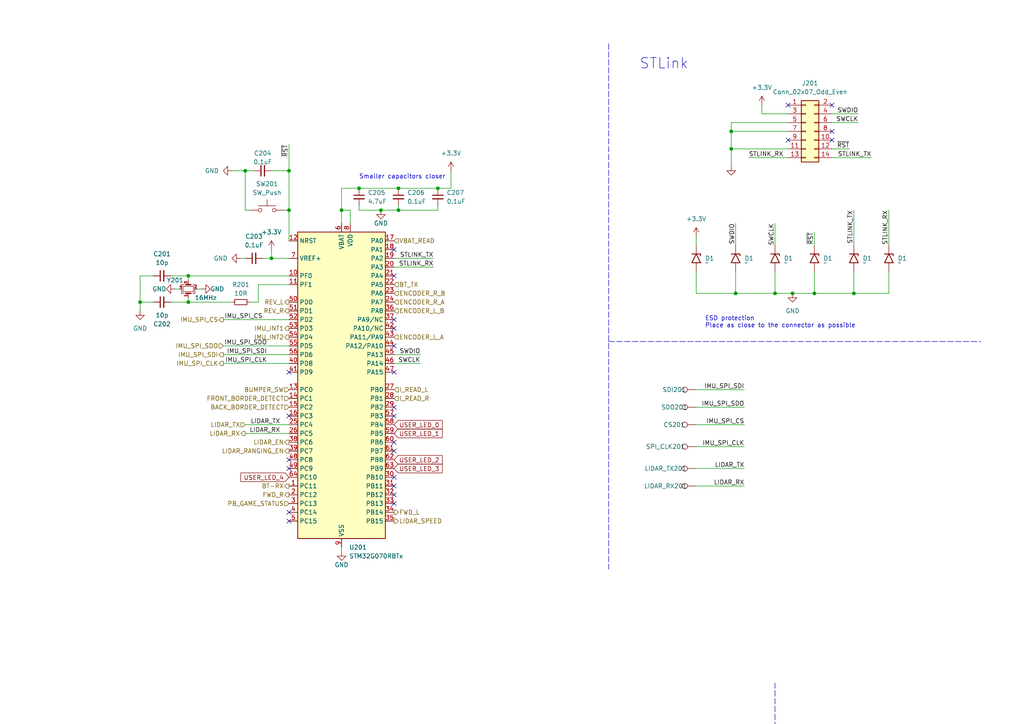
<source format=kicad_sch>
(kicad_sch (version 20230121) (generator eeschema)
  (paper "A4")
  (title_block (title "robot chat STM") (date "2023-09-19") (rev "1.0") (company "ENSEA"))
  (lib_symbols
    (symbol "Connector:TestPoint" (pin_numbers hide) (pin_names (offset 0.762) hide)
      (property "Reference" "TP" (at 0 6.858 0))
      (property "Value" "TestPoint" (at 0 5.08 0))
      (symbol "TestPoint_0_1"
        (circle (center 0 3.302) (radius 0.762))
      )
      (symbol "TestPoint_1_1"
        (pin passive line (at 0 0 90) (length 2.54) (name "1") (number "1"))
      )
    )
    (symbol "Connector_Generic:Conn_02x07_Odd_Even" (pin_names (offset 1.016) hide)
      (property "Reference" "J" (at 1.27 10.16 0))
      (property "Value" "Conn_02x07_Odd_Even" (at 1.27 -10.16 0))
      (symbol "Conn_02x07_Odd_Even_1_1"
        (rectangle (start -1.27 -7.493) (end 0 -7.747) (stroke (width 0.1524)))
        (rectangle (start -1.27 -4.953) (end 0 -5.207) (stroke (width 0.1524)))
        (rectangle (start -1.27 -2.413) (end 0 -2.667) (stroke (width 0.1524)))
        (rectangle (start -1.27 0.127) (end 0 -0.127) (stroke (width 0.1524)))
        (rectangle (start -1.27 2.667) (end 0 2.413) (stroke (width 0.1524)))
        (rectangle (start -1.27 5.207) (end 0 4.953) (stroke (width 0.1524)))
        (rectangle (start -1.27 7.747) (end 0 7.493) (stroke (width 0.1524)))
        (rectangle (start -1.27 8.89) (end 3.81 -8.89) (stroke (width 0.254)) (fill (type background)))
        (rectangle (start 3.81 -7.493) (end 2.54 -7.747) (stroke (width 0.1524)))
        (rectangle (start 3.81 -4.953) (end 2.54 -5.207) (stroke (width 0.1524)))
        (rectangle (start 3.81 -2.413) (end 2.54 -2.667) (stroke (width 0.1524)))
        (rectangle (start 3.81 0.127) (end 2.54 -0.127) (stroke (width 0.1524)))
        (rectangle (start 3.81 2.667) (end 2.54 2.413) (stroke (width 0.1524)))
        (rectangle (start 3.81 5.207) (end 2.54 4.953) (stroke (width 0.1524)))
        (rectangle (start 3.81 7.747) (end 2.54 7.493) (stroke (width 0.1524)))
        (pin passive line (at -5.08 7.62 0) (length 3.81) (name "Pin_1") (number "1"))
        (pin passive line (at 7.62 -2.54 180) (length 3.81) (name "Pin_10") (number "10"))
        (pin passive line (at -5.08 -5.08 0) (length 3.81) (name "Pin_11") (number "11"))
        (pin passive line (at 7.62 -5.08 180) (length 3.81) (name "Pin_12") (number "12"))
        (pin passive line (at -5.08 -7.62 0) (length 3.81) (name "Pin_13") (number "13"))
        (pin passive line (at 7.62 -7.62 180) (length 3.81) (name "Pin_14") (number "14"))
        (pin passive line (at 7.62 7.62 180) (length 3.81) (name "Pin_2") (number "2"))
        (pin passive line (at -5.08 5.08 0) (length 3.81) (name "Pin_3") (number "3"))
        (pin passive line (at 7.62 5.08 180) (length 3.81) (name "Pin_4") (number "4"))
        (pin passive line (at -5.08 2.54 0) (length 3.81) (name "Pin_5") (number "5"))
        (pin passive line (at 7.62 2.54 180) (length 3.81) (name "Pin_6") (number "6"))
        (pin passive line (at -5.08 0 0) (length 3.81) (name "Pin_7") (number "7"))
        (pin passive line (at 7.62 0 180) (length 3.81) (name "Pin_8") (number "8"))
        (pin passive line (at -5.08 -2.54 0) (length 3.81) (name "Pin_9") (number "9"))
      )
    )
    (symbol "Device:C_Small" (pin_numbers hide) (pin_names (offset 0.254) hide)
      (property "Reference" "C" (at 0.254 1.778 0))
      (property "Value" "C_Small" (at 0.254 -2.032 0))
      (symbol "C_Small_0_1"
        (polyline (pts (xy -1.524 -0.508) (xy 1.524 -0.508)) (stroke (width 0.3302)))
        (polyline (pts (xy -1.524 0.508) (xy 1.524 0.508)) (stroke (width 0.3048)))
      )
      (symbol "C_Small_1_1"
        (pin passive line (at 0 2.54 270) (length 2.032) (name "~") (number "1"))
        (pin passive line (at 0 -2.54 90) (length 2.032) (name "~") (number "2"))
      )
    )
    (symbol "Device:Crystal_GND24_Small" (pin_names (offset 1.016) hide)
      (property "Reference" "Y" (at 1.27 4.445 0))
      (property "Value" "Crystal_GND24_Small" (at 1.27 2.54 0))
      (symbol "Crystal_GND24_Small_0_1"
        (rectangle (start -0.762 -1.524) (end 0.762 1.524))
        (polyline (pts (xy -1.27 -0.762) (xy -1.27 0.762)) (stroke (width 0.381)))
        (polyline (pts (xy 1.27 -0.762) (xy 1.27 0.762)) (stroke (width 0.381)))
        (polyline (pts (xy -1.27 -1.27) (xy -1.27 -1.905) (xy 1.27 -1.905) (xy 1.27 -1.27)))
        (polyline (pts (xy -1.27 1.27) (xy -1.27 1.905) (xy 1.27 1.905) (xy 1.27 1.27)))
      )
      (symbol "Crystal_GND24_Small_1_1"
        (pin passive line (at -2.54 0 0) (length 1.27) (name "1") (number "1"))
        (pin passive line (at 0 -2.54 90) (length 0.635) (name "2") (number "2"))
        (pin passive line (at 2.54 0 180) (length 1.27) (name "3") (number "3"))
        (pin passive line (at 0 2.54 270) (length 0.635) (name "4") (number "4"))
      )
    )
    (symbol "Device:R_Small" (pin_numbers hide) (pin_names (offset 0.254) hide)
      (property "Reference" "R" (at 0.762 0.508 0))
      (property "Value" "R_Small" (at 0.762 -1.016 0))
      (symbol "R_Small_0_1"
        (rectangle (start -0.762 1.778) (end 0.762 -1.778) (stroke (width 0.2032)))
      )
      (symbol "R_Small_1_1"
        (pin passive line (at 0 2.54 270) (length 0.762) (name "~") (number "1"))
        (pin passive line (at 0 -2.54 90) (length 0.762) (name "~") (number "2"))
      )
    )
    (symbol "Diode:1N62xxA" (pin_numbers hide) (pin_names (offset 1.016) hide)
      (property "Reference" "D" (at 0 2.54 0))
      (property "Value" "1N62xxA" (at 0 -2.54 0))
      (symbol "1N62xxA_0_1"
        (polyline (pts (xy -0.762 1.27) (xy -1.27 1.27) (xy -1.27 -1.27)) (stroke (width 0.254)))
        (polyline (pts (xy 1.27 1.27) (xy 1.27 -1.27) (xy -1.27 0) (xy 1.27 1.27)) (stroke (width 0.254)))
      )
      (symbol "1N62xxA_1_1"
        (pin passive line (at -3.81 0 0) (length 2.54) (name "A1") (number "1"))
        (pin passive line (at 3.81 0 180) (length 2.54) (name "A2") (number "2"))
      )
    )
    (symbol "MCU_ST_STM32G0:STM32G070RBTx"
      (property "Reference" "U" (at -12.7 46.99 0))
      (property "Value" "STM32G070RBTx" (at 5.08 46.99 0))
      (symbol "STM32G070RBTx_0_1"
        (rectangle (start -12.7 -43.18) (end 12.7 45.72) (stroke (width 0.254)) (fill (type background)))
      )
      (symbol "STM32G070RBTx_1_1"
        (pin bidirectional line (at -15.24 -27.94 0) (length 2.54) (name "PC11") (number "1"))
        (pin bidirectional line (at -15.24 33.02 0) (length 2.54) (name "PF0") (number "10"))
        (pin bidirectional line (at -15.24 30.48 0) (length 2.54) (name "PF1") (number "11"))
        (pin input line (at -15.24 43.18 0) (length 2.54) (name "NRST") (number "12"))
        (pin bidirectional line (at -15.24 0 0) (length 2.54) (name "PC0") (number "13"))
        (pin bidirectional line (at -15.24 -2.54 0) (length 2.54) (name "PC1") (number "14"))
        (pin bidirectional line (at -15.24 -5.08 0) (length 2.54) (name "PC2") (number "15"))
        (pin bidirectional line (at -15.24 -7.62 0) (length 2.54) (name "PC3") (number "16"))
        (pin bidirectional line (at 15.24 43.18 180) (length 2.54) (name "PA0") (number "17"))
        (pin bidirectional line (at 15.24 40.64 180) (length 2.54) (name "PA1") (number "18"))
        (pin bidirectional line (at 15.24 38.1 180) (length 2.54) (name "PA2") (number "19"))
        (pin bidirectional line (at -15.24 -30.48 0) (length 2.54) (name "PC12") (number "2"))
        (pin bidirectional line (at 15.24 35.56 180) (length 2.54) (name "PA3") (number "20"))
        (pin bidirectional line (at 15.24 33.02 180) (length 2.54) (name "PA4") (number "21"))
        (pin bidirectional line (at 15.24 30.48 180) (length 2.54) (name "PA5") (number "22"))
        (pin bidirectional line (at 15.24 27.94 180) (length 2.54) (name "PA6") (number "23"))
        (pin bidirectional line (at 15.24 25.4 180) (length 2.54) (name "PA7") (number "24"))
        (pin bidirectional line (at -15.24 -10.16 0) (length 2.54) (name "PC4") (number "25"))
        (pin bidirectional line (at -15.24 -12.7 0) (length 2.54) (name "PC5") (number "26"))
        (pin bidirectional line (at 15.24 0 180) (length 2.54) (name "PB0") (number "27"))
        (pin bidirectional line (at 15.24 -2.54 180) (length 2.54) (name "PB1") (number "28"))
        (pin bidirectional line (at 15.24 -5.08 180) (length 2.54) (name "PB2") (number "29"))
        (pin bidirectional line (at -15.24 -33.02 0) (length 2.54) (name "PC13") (number "3"))
        (pin bidirectional line (at 15.24 -25.4 180) (length 2.54) (name "PB10") (number "30"))
        (pin bidirectional line (at 15.24 -27.94 180) (length 2.54) (name "PB11") (number "31"))
        (pin bidirectional line (at 15.24 -30.48 180) (length 2.54) (name "PB12") (number "32"))
        (pin bidirectional line (at 15.24 -33.02 180) (length 2.54) (name "PB13") (number "33"))
        (pin bidirectional line (at 15.24 -35.56 180) (length 2.54) (name "PB14") (number "34"))
        (pin bidirectional line (at 15.24 -38.1 180) (length 2.54) (name "PB15") (number "35"))
        (pin bidirectional line (at 15.24 22.86 180) (length 2.54) (name "PA8") (number "36"))
        (pin bidirectional line (at 15.24 20.32 180) (length 2.54) (name "PA9/NC") (number "37"))
        (pin bidirectional line (at -15.24 -15.24 0) (length 2.54) (name "PC6") (number "38"))
        (pin bidirectional line (at -15.24 -17.78 0) (length 2.54) (name "PC7") (number "39"))
        (pin bidirectional line (at -15.24 -35.56 0) (length 2.54) (name "PC14") (number "4"))
        (pin bidirectional line (at -15.24 7.62 0) (length 2.54) (name "PD8") (number "40"))
        (pin bidirectional line (at -15.24 5.08 0) (length 2.54) (name "PD9") (number "41"))
        (pin bidirectional line (at 15.24 17.78 180) (length 2.54) (name "PA10/NC") (number "42"))
        (pin bidirectional line (at 15.24 15.24 180) (length 2.54) (name "PA11/PA9") (number "43"))
        (pin bidirectional line (at 15.24 12.7 180) (length 2.54) (name "PA12/PA10") (number "44"))
        (pin bidirectional line (at 15.24 10.16 180) (length 2.54) (name "PA13") (number "45"))
        (pin bidirectional line (at 15.24 7.62 180) (length 2.54) (name "PA14") (number "46"))
        (pin bidirectional line (at 15.24 5.08 180) (length 2.54) (name "PA15") (number "47"))
        (pin bidirectional line (at -15.24 -20.32 0) (length 2.54) (name "PC8") (number "48"))
        (pin bidirectional line (at -15.24 -22.86 0) (length 2.54) (name "PC9") (number "49"))
        (pin bidirectional line (at -15.24 -38.1 0) (length 2.54) (name "PC15") (number "5"))
        (pin bidirectional line (at -15.24 25.4 0) (length 2.54) (name "PD0") (number "50"))
        (pin bidirectional line (at -15.24 22.86 0) (length 2.54) (name "PD1") (number "51"))
        (pin bidirectional line (at -15.24 20.32 0) (length 2.54) (name "PD2") (number "52"))
        (pin bidirectional line (at -15.24 17.78 0) (length 2.54) (name "PD3") (number "53"))
        (pin bidirectional line (at -15.24 15.24 0) (length 2.54) (name "PD4") (number "54"))
        (pin bidirectional line (at -15.24 12.7 0) (length 2.54) (name "PD5") (number "55"))
        (pin bidirectional line (at -15.24 10.16 0) (length 2.54) (name "PD6") (number "56"))
        (pin bidirectional line (at 15.24 -7.62 180) (length 2.54) (name "PB3") (number "57"))
        (pin bidirectional line (at 15.24 -10.16 180) (length 2.54) (name "PB4") (number "58"))
        (pin bidirectional line (at 15.24 -12.7 180) (length 2.54) (name "PB5") (number "59"))
        (pin power_in line (at 0 48.26 270) (length 2.54) (name "VBAT") (number "6"))
        (pin bidirectional line (at 15.24 -15.24 180) (length 2.54) (name "PB6") (number "60"))
        (pin bidirectional line (at 15.24 -17.78 180) (length 2.54) (name "PB7") (number "61"))
        (pin bidirectional line (at 15.24 -20.32 180) (length 2.54) (name "PB8") (number "62"))
        (pin bidirectional line (at 15.24 -22.86 180) (length 2.54) (name "PB9") (number "63"))
        (pin bidirectional line (at -15.24 -25.4 0) (length 2.54) (name "PC10") (number "64"))
        (pin input line (at -15.24 38.1 0) (length 2.54) (name "VREF+") (number "7"))
        (pin power_in line (at 2.54 48.26 270) (length 2.54) (name "VDD") (number "8"))
        (pin power_in line (at 0 -45.72 90) (length 2.54) (name "VSS") (number "9"))
      )
    )
    (symbol "Switch:SW_Push" (pin_numbers hide) (pin_names (offset 1.016) hide)
      (property "Reference" "SW" (at 1.27 2.54 0))
      (property "Value" "SW_Push" (at 0 -1.524 0))
      (symbol "SW_Push_0_1"
        (circle (center -2.032 0) (radius 0.508))
        (polyline (pts (xy 0 1.27) (xy 0 3.048)))
        (polyline (pts (xy 2.54 1.27) (xy -2.54 1.27)))
        (circle (center 2.032 0) (radius 0.508))
        (pin passive line (at -5.08 0 0) (length 2.54) (name "1") (number "1"))
        (pin passive line (at 5.08 0 180) (length 2.54) (name "2") (number "2"))
      )
    )
    (symbol "power:+3.3V" (power) (pin_names (offset 0))
      (property "Value" "+3.3V" (at 0 3.556 0))
      (symbol "+3.3V_0_1"
        (polyline (pts (xy -0.762 1.27) (xy 0 2.54)))
        (polyline (pts (xy 0 0) (xy 0 2.54)))
        (polyline (pts (xy 0 2.54) (xy 0.762 1.27)))
      )
      (symbol "+3.3V_1_1"
        (pin power_in line (at 0 0 90) (length 0) hide (name "+3.3V") (number "1"))
      )
    )
    (symbol "power:GND" (power) (pin_names (offset 0))
      (property "Value" "GND" (at 0 -3.81 0))
      (symbol "GND_0_1"
        (polyline (pts (xy 0 0) (xy 0 -1.27) (xy 1.27 -1.27) (xy 0 -2.54) (xy -1.27 -1.27) (xy 0 -1.27)))
      )
      (symbol "GND_1_1"
        (pin power_in line (at 0 0 270) (length 0) hide (name "GND") (number "1"))
      )
    )
  )
  (junction (at 115.57 60.96))
  (junction (at 78.74 74.93))
  (junction (at 224.79 85.09))
  (junction (at 212.09 43.18))
  (junction (at 71.12 49.53))
  (junction (at 236.22 85.09))
  (junction (at 247.65 85.09))
  (junction (at 104.14 54.61))
  (junction (at 212.09 38.1))
  (junction (at 83.82 60.96))
  (junction (at 127 54.61))
  (junction (at 110.49 60.96))
  (junction (at 115.57 54.61))
  (junction (at 99.06 60.96))
  (junction (at 54.61 80.01))
  (junction (at 229.87 85.09))
  (junction (at 213.36 85.09))
  (junction (at 40.64 87.63))
  (junction (at 83.82 49.53))
  (junction (at 54.61 87.63))
  (no_connect (at 114.3 130.81))
  (no_connect (at 114.3 118.11))
  (no_connect (at 83.82 107.95))
  (no_connect (at 241.3 30.48))
  (no_connect (at 114.3 128.27))
  (no_connect (at 241.3 40.64))
  (no_connect (at 114.3 107.95))
  (no_connect (at 228.6 40.64))
  (no_connect (at 114.3 95.25))
  (no_connect (at 83.82 120.65))
  (no_connect (at 83.82 148.59))
  (no_connect (at 114.3 92.71))
  (no_connect (at 83.82 133.35))
  (no_connect (at 114.3 80.01))
  (no_connect (at 114.3 143.51))
  (no_connect (at 114.3 138.43))
  (no_connect (at 114.3 146.05))
  (no_connect (at 114.3 100.33))
  (no_connect (at 83.82 135.89))
  (no_connect (at 83.82 151.13))
  (no_connect (at 114.3 140.97))
  (no_connect (at 114.3 120.65))
  (no_connect (at 241.3 38.1))
  (no_connect (at 114.3 72.39))
  (no_connect (at 228.6 30.48))
  (wire (pts (xy 236.22 67.31) (xy 236.22 71.12)))
  (wire (pts (xy 64.77 105.41) (xy 83.82 105.41)))
  (polyline (pts (xy 176.53 81.28) (xy 176.53 165.1)) (stroke (width 0) (type dash)))
  (wire (pts (xy 127 54.61) (xy 115.57 54.61)))
  (wire (pts (xy 212.09 38.1) (xy 228.6 38.1)))
  (wire (pts (xy 54.61 86.36) (xy 54.61 87.63)))
  (wire (pts (xy 125.73 77.47) (xy 114.3 77.47)))
  (wire (pts (xy 236.22 78.74) (xy 236.22 85.09)))
  (wire (pts (xy 201.93 85.09) (xy 213.36 85.09)))
  (wire (pts (xy 71.12 49.53) (xy 73.66 49.53)))
  (wire (pts (xy 224.79 85.09) (xy 224.79 78.74)))
  (wire (pts (xy 78.74 72.39) (xy 78.74 74.93)))
  (wire (pts (xy 201.93 140.97) (xy 215.9 140.97)))
  (wire (pts (xy 201.93 129.54) (xy 215.9 129.54)))
  (wire (pts (xy 49.53 80.01) (xy 54.61 80.01)))
  (wire (pts (xy 201.93 78.74) (xy 201.93 85.09)))
  (wire (pts (xy 40.64 80.01) (xy 40.64 87.63)))
  (wire (pts (xy 212.09 43.18) (xy 228.6 43.18)))
  (wire (pts (xy 130.81 49.53) (xy 130.81 54.61)))
  (wire (pts (xy 71.12 123.19) (xy 83.82 123.19)))
  (wire (pts (xy 213.36 85.09) (xy 213.36 78.74)))
  (wire (pts (xy 72.39 87.63) (xy 74.93 87.63)))
  (wire (pts (xy 69.85 74.93) (xy 71.12 74.93)))
  (wire (pts (xy 54.61 80.01) (xy 54.61 81.28)))
  (wire (pts (xy 99.06 54.61) (xy 104.14 54.61)))
  (wire (pts (xy 78.74 74.93) (xy 83.82 74.93)))
  (wire (pts (xy 50.8 83.82) (xy 52.07 83.82)))
  (wire (pts (xy 212.09 48.26) (xy 212.09 43.18)))
  (wire (pts (xy 64.77 100.33) (xy 83.82 100.33)))
  (wire (pts (xy 110.49 60.96) (xy 115.57 60.96)))
  (wire (pts (xy 99.06 158.75) (xy 99.06 160.02)))
  (wire (pts (xy 229.87 85.09) (xy 236.22 85.09)))
  (wire (pts (xy 99.06 64.77) (xy 99.06 60.96)))
  (wire (pts (xy 99.06 60.96) (xy 99.06 54.61)))
  (wire (pts (xy 57.15 83.82) (xy 58.42 83.82)))
  (wire (pts (xy 115.57 60.96) (xy 115.57 59.69)))
  (wire (pts (xy 257.81 60.96) (xy 257.81 71.12)))
  (wire (pts (xy 54.61 87.63) (xy 67.31 87.63)))
  (wire (pts (xy 114.3 105.41) (xy 121.92 105.41)))
  (wire (pts (xy 220.98 33.02) (xy 228.6 33.02)))
  (wire (pts (xy 224.79 85.09) (xy 229.87 85.09)))
  (polyline (pts (xy 224.79 281.94) (xy 224.79 198.12)) (stroke (width 0) (type dash)))
  (polyline (pts (xy 176.53 12.7) (xy 176.53 81.28)) (stroke (width 0) (type dash)))
  (wire (pts (xy 71.12 125.73) (xy 83.82 125.73)))
  (wire (pts (xy 201.93 113.03) (xy 215.9 113.03)))
  (wire (pts (xy 83.82 41.91) (xy 83.82 49.53)))
  (wire (pts (xy 64.77 92.71) (xy 83.82 92.71)))
  (wire (pts (xy 40.64 87.63) (xy 44.45 87.63)))
  (wire (pts (xy 212.09 35.56) (xy 212.09 38.1)))
  (wire (pts (xy 71.12 49.53) (xy 71.12 60.96)))
  (wire (pts (xy 201.93 135.89) (xy 215.9 135.89)))
  (wire (pts (xy 201.93 118.11) (xy 215.9 118.11)))
  (wire (pts (xy 241.3 35.56) (xy 248.92 35.56)))
  (wire (pts (xy 247.65 85.09) (xy 236.22 85.09)))
  (wire (pts (xy 82.55 60.96) (xy 83.82 60.96)))
  (wire (pts (xy 40.64 87.63) (xy 40.64 90.17)))
  (wire (pts (xy 247.65 78.74) (xy 247.65 85.09)))
  (wire (pts (xy 241.3 33.02) (xy 248.92 33.02)))
  (wire (pts (xy 127 60.96) (xy 115.57 60.96)))
  (polyline (pts (xy 176.53 99.06) (xy 284.48 99.06)) (stroke (width 0) (type dash)))
  (wire (pts (xy 104.14 54.61) (xy 115.57 54.61)))
  (wire (pts (xy 201.93 68.58) (xy 201.93 71.12)))
  (wire (pts (xy 44.45 80.01) (xy 40.64 80.01)))
  (wire (pts (xy 224.79 64.77) (xy 224.79 71.12)))
  (wire (pts (xy 83.82 60.96) (xy 83.82 69.85)))
  (wire (pts (xy 247.65 60.96) (xy 247.65 71.12)))
  (wire (pts (xy 83.82 49.53) (xy 83.82 60.96)))
  (wire (pts (xy 104.14 59.69) (xy 104.14 60.96)))
  (wire (pts (xy 101.6 60.96) (xy 99.06 60.96)))
  (wire (pts (xy 54.61 80.01) (xy 83.82 80.01)))
  (wire (pts (xy 241.3 43.18) (xy 246.38 43.18)))
  (wire (pts (xy 201.93 123.19) (xy 215.9 123.19)))
  (wire (pts (xy 228.6 35.56) (xy 212.09 35.56)))
  (wire (pts (xy 257.81 85.09) (xy 247.65 85.09)))
  (wire (pts (xy 213.36 64.77) (xy 213.36 71.12)))
  (wire (pts (xy 71.12 60.96) (xy 72.39 60.96)))
  (wire (pts (xy 74.93 87.63) (xy 74.93 82.55)))
  (wire (pts (xy 67.31 49.53) (xy 71.12 49.53)))
  (wire (pts (xy 257.81 78.74) (xy 257.81 85.09)))
  (wire (pts (xy 74.93 82.55) (xy 83.82 82.55)))
  (wire (pts (xy 220.98 30.48) (xy 220.98 33.02)))
  (wire (pts (xy 104.14 60.96) (xy 110.49 60.96)))
  (wire (pts (xy 241.3 45.72) (xy 252.73 45.72)))
  (wire (pts (xy 114.3 102.87) (xy 121.92 102.87)))
  (wire (pts (xy 78.74 49.53) (xy 83.82 49.53)))
  (wire (pts (xy 212.09 43.18) (xy 212.09 38.1)))
  (wire (pts (xy 101.6 64.77) (xy 101.6 60.96)))
  (wire (pts (xy 127 59.69) (xy 127 60.96)))
  (wire (pts (xy 217.17 45.72) (xy 228.6 45.72)))
  (wire (pts (xy 213.36 85.09) (xy 224.79 85.09)))
  (wire (pts (xy 114.3 74.93) (xy 125.73 74.93)))
  (wire (pts (xy 49.53 87.63) (xy 54.61 87.63)))
  (wire (pts (xy 76.2 74.93) (xy 78.74 74.93)))
  (wire (pts (xy 64.77 102.87) (xy 83.82 102.87)))
  (wire (pts (xy 127 54.61) (xy 130.81 54.61)))
  (text "Smaller capacitors closer" (at 104.14 52.07 0) (effects (font (size 1.27 1.27)) (justify left bottom)))
  (text "STLink" (at 185.42 20.32 0) (effects (font (size 3 3)) (justify left bottom)))
  (text "ESD protection\nPlace as close to the connector as possible" (at 204.47 95.25 0) (effects (font (size 1.27 1.27)) (justify left bottom)))
  (label "IMU_SPI_CLK" (at 77.47 105.41 180))
  (label "LIDAR_TX" (at 81.28 123.19 180))
  (label "IMU_SPI_SDO" (at 215.9 118.11 180))
  (label "STLINK_TX" (at 247.65 60.96 270))
  (label "~{RST}" (at 236.22 67.31 270))
  (label "IMU_SPI_SDO" (at 77.47 100.33 180))
  (label "IMU_SPI_CS" (at 76.2 92.71 180))
  (label "STLINK_TX" (at 125.73 74.93 180))
  (label "SWCLK" (at 121.92 105.41 180))
  (label "STLINK_RX" (at 125.73 77.47 180))
  (label "IMU_SPI_SDI" (at 215.9 113.03 180))
  (label "~{RST}" (at 83.82 41.91 270))
  (label "IMU_SPI_SDI" (at 77.47 102.87 180))
  (label "STLINK_RX" (at 217.17 45.72 0))
  (label "STLINK_RX" (at 257.81 60.96 270))
  (label "SWCLK" (at 248.92 35.56 180))
  (label "SWDIO" (at 248.92 33.02 180))
  (label "SWCLK" (at 224.79 64.77 270))
  (label "LIDAR_TX" (at 215.9 135.89 180))
  (label "IMU_SPI_CLK" (at 215.9 129.54 180))
  (label "LIDAR_RX" (at 215.9 140.97 180))
  (label "~{RST}" (at 246.38 43.18 180))
  (label "SWDIO" (at 121.92 102.87 180))
  (label "STLINK_TX" (at 252.73 45.72 180))
  (label "LIDAR_RX" (at 81.28 125.73 180))
  (label "IMU_SPI_CS" (at 215.9 123.19 180))
  (label "SWDIO" (at 213.36 64.77 270))
  (global_label "USER_LED_0" (shape input) (at 114.3 123.19 0) (property "Intersheetrefs" "${INTERSHEET_REFS}" (effects hide)))
  (global_label "USER_LED_4" (shape input) (at 83.82 138.43 180) (property "Intersheetrefs" "${INTERSHEET_REFS}" (effects hide)))
  (global_label "USER_LED_1" (shape input) (at 114.3 125.73 0) (property "Intersheetrefs" "${INTERSHEET_REFS}" (effects hide)))
  (global_label "USER_LED_3" (shape input) (at 114.3 135.89 0) (property "Intersheetrefs" "${INTERSHEET_REFS}" (effects hide)))
  (global_label "USER_LED_2" (shape input) (at 114.3 133.35 0) (property "Intersheetrefs" "${INTERSHEET_REFS}" (effects hide)))
  (hierarchical_label "BT_TX" (shape input) (at 114.3 82.55 0))
  (hierarchical_label "LIDAR_TX" (shape input) (at 71.12 123.19 180))
  (hierarchical_label "FWD_L" (shape output) (at 114.3 148.59 0))
  (hierarchical_label "IMU_SPI_SDO" (shape input) (at 64.77 100.33 180))
  (hierarchical_label "ENCODER_R_A" (shape input) (at 114.3 87.63 0))
  (hierarchical_label "IMU_SPI_CLK" (shape output) (at 64.77 105.41 180))
  (hierarchical_label "LIDAR_SPEED" (shape output) (at 114.3 151.13 0))
  (hierarchical_label "I_READ_R" (shape input) (at 114.3 115.57 0))
  (hierarchical_label "IMU_SPI_CS" (shape output) (at 64.77 92.71 180))
  (hierarchical_label "REV_R" (shape output) (at 83.82 90.17 180))
  (hierarchical_label "BACK_BORDER_DETECT" (shape input) (at 83.82 118.11 180))
  (hierarchical_label "ENCODER_L_B" (shape input) (at 114.3 90.17 0))
  (hierarchical_label "I_READ_L" (shape input) (at 114.3 113.03 0))
  (hierarchical_label "FRONT_BORDER_DETECT" (shape input) (at 83.82 115.57 180))
  (hierarchical_label "IMU_INT2" (shape output) (at 83.82 97.79 180))
  (hierarchical_label "LIDAR_EN" (shape output) (at 83.82 128.27 180))
  (hierarchical_label "REV_L" (shape output) (at 83.82 87.63 180))
  (hierarchical_label "BUMPER_SW" (shape input) (at 83.82 113.03 180))
  (hierarchical_label "BT-RX" (shape output) (at 83.82 140.97 180))
  (hierarchical_label "IMU_INT1" (shape output) (at 83.82 95.25 180))
  (hierarchical_label "LIDAR_RX" (shape output) (at 71.12 125.73 180))
  (hierarchical_label "ENCODER_R_B" (shape input) (at 114.3 85.09 0))
  (hierarchical_label "VBAT_READ" (shape input) (at 114.3 69.85 0))
  (hierarchical_label "IMU_SPI_SDI" (shape output) (at 64.77 102.87 180))
  (hierarchical_label "PB_GAME_STATUS" (shape input) (at 83.82 146.05 180))
  (hierarchical_label "FWD_R" (shape output) (at 83.82 143.51 180))
  (hierarchical_label "LIDAR_RANGING_EN" (shape output) (at 83.82 130.81 180))
  (hierarchical_label "ENCODER_L_A" (shape input) (at 114.3 97.79 0))
  (symbol (lib_id "MCU_ST_STM32G0:STM32G070RBTx") (at 99.06 113.03 0) (unit 1)
    (property "Reference" "U201" (at 101.2541 158.75 0) (effects (justify left)))
    (property "Value" "STM32G070RBTx" (at 101.2541 161.29 0) (effects (justify left)))
    (property "Footprint" "Package_QFP:LQFP-64_10x10mm_P0.5mm" (effects hide))
    (property "Datasheet" "https://www.st.com/resource/en/datasheet/stm32g070rb.pdf" (effects hide))
  )
  (symbol (lib_id "power:GND") (at 229.87 85.09 0) (unit 1)
    (property "Reference" "#PWR0213" (effects hide))
    (property "Value" "GND" (at 229.87 90.17 0))
  )
  (symbol (lib_id "power:+3.3V") (at 201.93 68.58 0) (unit 1)
    (property "Reference" "#PWR0210" (effects hide))
    (property "Value" "+3.3V" (at 201.93 63.5 0))
  )
  (symbol (lib_id "power:+3.3V") (at 220.98 30.48 0) (unit 1)
    (property "Reference" "#PWR0212" (effects hide))
    (property "Value" "+3.3V" (at 220.98 25.4 0))
  )
  (symbol (lib_id "Device:C_Small") (at 76.2 49.53 90) (mirror x) (unit 1)
    (property "Reference" "C204" (at 76.2 44.45 90))
    (property "Value" "0.1uF" (at 76.2 46.99 90))
    (property "Footprint" "Capacitor_SMD:C_0603_1608Metric" (effects hide))
  )
  (symbol (lib_id "Diode:1N62xxA") (at 201.93 74.93 270) (unit 1)
    (property "Reference" "D1" (at 204.47 74.93 90) (effects (justify left)))
    (property "Value" "~" (at 204.47 76.2 90) (effects (justify left)))
    (property "Footprint" "Diode_SMD:D_SOD-923" (effects hide))
    (instances (project "robot_chat" (path "" (reference "D1") (unit 1)) (path "" (reference "D201") (unit 1))))
  )
  (symbol (lib_id "power:GND") (at 67.31 49.53 270) (unit 1)
    (property "Reference" "#PWR0204" (effects hide))
    (property "Value" "GND" (at 63.5 49.53 90) (effects (justify right)))
  )
  (symbol (lib_id "Device:C_Small") (at 104.14 57.15 0) (unit 1)
    (property "Reference" "C205" (at 106.68 55.8863 0) (effects (justify left)))
    (property "Value" "4.7uF" (at 106.68 58.4263 0) (effects (justify left)))
    (property "Footprint" "Capacitor_SMD:C_0603_1608Metric" (effects hide))
  )
  (symbol (lib_id "Diode:1N62xxA") (at 213.36 74.93 270) (unit 1)
    (property "Reference" "D1" (at 215.9 74.93 90) (effects (justify left)))
    (property "Value" "~" (at 215.9 76.2 90) (effects (justify left)))
    (property "Footprint" "Diode_SMD:D_SOD-923" (effects hide))
    (instances (project "robot_chat" (path "" (reference "D1") (unit 1)) (path "" (reference "D202") (unit 1))))
  )
  (symbol (lib_id "Connector:TestPoint") (at 201.93 118.11 90) (unit 1)
    (property "Reference" "SDO201" (at 195.58 118.11 90))
    (property "Value" "TestPoint" (effects hide))
  )
  (symbol (lib_id "Connector_Generic:Conn_02x07_Odd_Even") (at 233.68 38.1 0) (unit 1)
    (property "Reference" "J201" (at 234.95 24.13 0))
    (property "Value" "Conn_02x07_Odd_Even" (at 234.95 26.67 0))
    (property "Footprint" "Connector_PinHeader_1.27mm:PinHeader_2x07_P1.27mm_Vertical_SMD" (effects hide))
  )
  (symbol (lib_id "Diode:1N62xxA") (at 224.79 74.93 270) (unit 1)
    (property "Reference" "D1" (at 227.33 74.93 90) (effects (justify left)))
    (property "Value" "~" (at 227.33 76.2 90) (effects (justify left)))
    (property "Footprint" "Diode_SMD:D_SOD-923" (effects hide))
    (instances (project "robot_chat" (path "" (reference "D1") (unit 1)) (path "" (reference "D203") (unit 1))))
  )
  (symbol (lib_id "power:GND") (at 50.8 83.82 270) (unit 1)
    (property "Reference" "#PWR0202" (effects hide))
    (property "Value" "GND" (at 48.26 83.82 90) (effects (justify right)))
  )
  (symbol (lib_id "Diode:1N62xxA") (at 247.65 74.93 270) (unit 1)
    (property "Reference" "D1" (at 250.19 74.93 90) (effects (justify left)))
    (property "Value" "~" (at 250.19 76.2 90) (effects (justify left)))
    (property "Footprint" "Diode_SMD:D_SOD-923" (effects hide))
    (instances (project "robot_chat" (path "" (reference "D1") (unit 1)) (path "" (reference "D205") (unit 1))))
  )
  (symbol (lib_id "power:GND") (at 69.85 74.93 270) (unit 1)
    (property "Reference" "#PWR0205" (effects hide))
    (property "Value" "GND" (at 66.04 74.93 90) (effects (justify right)))
  )
  (symbol (lib_id "Device:C_Small") (at 115.57 57.15 0) (unit 1)
    (property "Reference" "C206" (at 118.11 55.8863 0) (effects (justify left)))
    (property "Value" "0.1uF" (at 118.11 58.4263 0) (effects (justify left)))
    (property "Footprint" "Capacitor_SMD:C_0603_1608Metric" (effects hide))
  )
  (symbol (lib_id "Diode:1N62xxA") (at 257.81 74.93 270) (unit 1)
    (property "Reference" "D1" (at 260.35 74.93 90) (effects (justify left)))
    (property "Value" "~" (at 260.35 76.2 90) (effects (justify left)))
    (property "Footprint" "Diode_SMD:D_SOD-923" (effects hide))
    (instances (project "robot_chat" (path "" (reference "D1") (unit 1)) (path "" (reference "D206") (unit 1))))
  )
  (symbol (lib_id "Connector:TestPoint") (at 201.93 140.97 90) (unit 1)
    (property "Reference" "LIDAR_RX201" (at 193.04 140.97 90))
    (property "Value" "TestPoint" (effects hide))
  )
  (symbol (lib_id "Device:C_Small") (at 46.99 80.01 90) (unit 1)
    (property "Reference" "C201" (at 46.9963 73.66 90))
    (property "Value" "10p" (at 46.9963 76.2 90))
    (property "Footprint" "Capacitor_SMD:C_0603_1608Metric" (effects hide))
  )
  (symbol (lib_id "power:GND") (at 40.64 90.17 0) (unit 1)
    (property "Reference" "#PWR0201" (effects hide))
    (property "Value" "GND" (at 40.64 95.25 0))
  )
  (symbol (lib_id "power:+3.3V") (at 130.81 49.53 0) (unit 1)
    (property "Reference" "#PWR0209" (effects hide))
    (property "Value" "+3.3V" (at 130.81 44.45 0))
  )
  (symbol (lib_id "Connector:TestPoint") (at 201.93 129.54 90) (unit 1)
    (property "Reference" "SPI_CLK201" (at 193.04 129.54 90))
    (property "Value" "TestPoint" (effects hide))
  )
  (symbol (lib_id "power:GND") (at 58.42 83.82 90) (unit 1)
    (property "Reference" "#PWR0203" (effects hide))
    (property "Value" "GND" (at 60.96 83.82 90) (effects (justify right)))
  )
  (symbol (lib_id "Connector:TestPoint") (at 201.93 113.03 90) (unit 1)
    (property "Reference" "SDI201" (at 195.58 113.03 90))
    (property "Value" "TestPoint" (effects hide))
  )
  (symbol (lib_id "Connector:TestPoint") (at 201.93 123.19 90) (unit 1)
    (property "Reference" "CS201" (at 195.58 123.19 90))
    (property "Value" "TestPoint" (effects hide))
  )
  (symbol (lib_id "power:GND") (at 212.09 48.26 0) (unit 1)
    (property "Reference" "#PWR0211" (effects hide))
    (property "Value" "GND" (effects hide))
  )
  (symbol (lib_id "Connector:TestPoint") (at 201.93 135.89 90) (unit 1)
    (property "Reference" "LIDAR_TX201" (at 193.04 135.89 90))
    (property "Value" "TestPoint" (effects hide))
  )
  (symbol (lib_id "power:+3.3V") (at 78.74 72.39 0) (unit 1)
    (property "Reference" "#PWR0206" (effects hide))
    (property "Value" "+3.3V" (at 78.74 67.31 0))
  )
  (symbol (lib_id "Device:R_Small") (at 69.85 87.63 90) (unit 1)
    (property "Reference" "R201" (at 69.85 82.55 90))
    (property "Value" "10R" (at 69.85 85.09 90))
  )
  (symbol (lib_id "Switch:SW_Push") (at 77.47 60.96 0) (unit 1)
    (property "Reference" "SW201" (at 77.47 53.34 0))
    (property "Value" "SW_Push" (at 77.47 55.88 0))
    (property "Footprint" "Button_Switch_SMD:SW_SPST_B3U-1000P" (effects hide))
  )
  (symbol (lib_id "power:GND") (at 99.06 160.02 0) (unit 1)
    (property "Reference" "#PWR0207" (effects hide))
    (property "Value" "GND" (at 99.06 163.83 0))
  )
  (symbol (lib_id "power:GND") (at 110.49 60.96 0) (unit 1)
    (property "Reference" "#PWR0208" (effects hide))
    (property "Value" "GND" (at 110.49 64.77 0))
  )
  (symbol (lib_id "Device:C_Small") (at 127 57.15 0) (unit 1)
    (property "Reference" "C207" (at 129.54 55.8863 0) (effects (justify left)))
    (property "Value" "0.1uF" (at 129.54 58.4263 0) (effects (justify left)))
    (property "Footprint" "Capacitor_SMD:C_0603_1608Metric" (effects hide))
  )
  (symbol (lib_id "Device:Crystal_GND24_Small") (at 54.61 83.82 90) (unit 1)
    (property "Reference" "Y201" (at 50.8 81.28 90))
    (property "Value" "16MHz" (at 59.69 86.36 90))
    (property "Footprint" "Crystal:Crystal_SMD_EuroQuartz_MT-4Pin_3.2x2.5mm" (effects hide))
  )
  (symbol (lib_id "Device:C_Small") (at 73.66 74.93 90) (unit 1)
    (property "Reference" "C203" (at 73.6663 68.58 90))
    (property "Value" "0.1uF" (at 73.6663 71.12 90))
    (property "Footprint" "Capacitor_SMD:C_0603_1608Metric" (effects hide))
  )
  (symbol (lib_id "Diode:1N62xxA") (at 236.22 74.93 270) (unit 1)
    (property "Reference" "D1" (at 238.76 74.93 90) (effects (justify left)))
    (property "Value" "~" (at 238.76 76.2 90) (effects (justify left)))
    (property "Footprint" "Diode_SMD:D_SOD-923" (effects hide))
    (instances (project "robot_chat" (path "" (reference "D1") (unit 1)) (path "" (reference "D204") (unit 1))))
  )
  (symbol (lib_id "Device:C_Small") (at 46.99 87.63 90) (mirror x) (unit 1)
    (property "Reference" "C202" (at 46.9963 93.98 90))
    (property "Value" "10p" (at 46.9963 91.44 90))
    (property "Footprint" "Capacitor_SMD:C_0603_1608Metric" (effects hide))
  )
)
</source>
